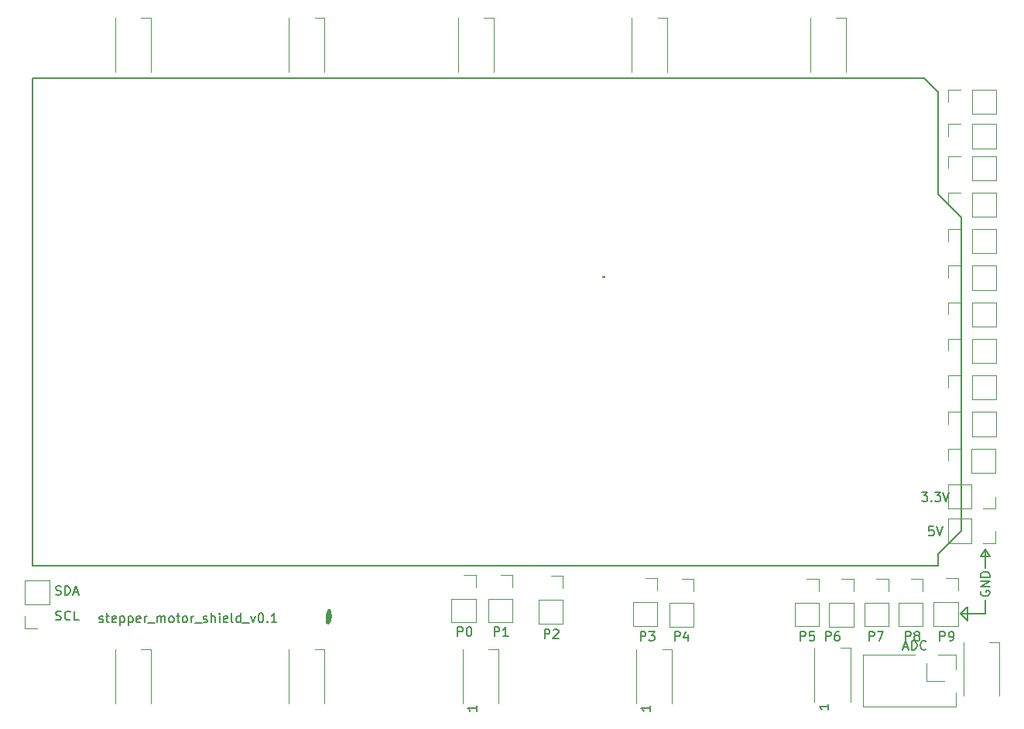
<source format=gbr>
G04 #@! TF.GenerationSoftware,KiCad,Pcbnew,5.1.2-f72e74a~84~ubuntu18.04.1*
G04 #@! TF.CreationDate,2019-06-28T13:57:40+02:00*
G04 #@! TF.ProjectId,shoulder_complex_control,73686f75-6c64-4657-925f-636f6d706c65,rev?*
G04 #@! TF.SameCoordinates,Original*
G04 #@! TF.FileFunction,Legend,Top*
G04 #@! TF.FilePolarity,Positive*
%FSLAX46Y46*%
G04 Gerber Fmt 4.6, Leading zero omitted, Abs format (unit mm)*
G04 Created by KiCad (PCBNEW 5.1.2-f72e74a~84~ubuntu18.04.1) date 2019-06-28 13:57:40*
%MOMM*%
%LPD*%
G04 APERTURE LIST*
%ADD10C,0.150000*%
%ADD11C,0.010000*%
%ADD12C,0.120000*%
G04 APERTURE END LIST*
D10*
X105809523Y-119654761D02*
X105904761Y-119702380D01*
X106095238Y-119702380D01*
X106190476Y-119654761D01*
X106238095Y-119559523D01*
X106238095Y-119511904D01*
X106190476Y-119416666D01*
X106095238Y-119369047D01*
X105952380Y-119369047D01*
X105857142Y-119321428D01*
X105809523Y-119226190D01*
X105809523Y-119178571D01*
X105857142Y-119083333D01*
X105952380Y-119035714D01*
X106095238Y-119035714D01*
X106190476Y-119083333D01*
X106523809Y-119035714D02*
X106904761Y-119035714D01*
X106666666Y-118702380D02*
X106666666Y-119559523D01*
X106714285Y-119654761D01*
X106809523Y-119702380D01*
X106904761Y-119702380D01*
X107619047Y-119654761D02*
X107523809Y-119702380D01*
X107333333Y-119702380D01*
X107238095Y-119654761D01*
X107190476Y-119559523D01*
X107190476Y-119178571D01*
X107238095Y-119083333D01*
X107333333Y-119035714D01*
X107523809Y-119035714D01*
X107619047Y-119083333D01*
X107666666Y-119178571D01*
X107666666Y-119273809D01*
X107190476Y-119369047D01*
X108095238Y-119035714D02*
X108095238Y-120035714D01*
X108095238Y-119083333D02*
X108190476Y-119035714D01*
X108380952Y-119035714D01*
X108476190Y-119083333D01*
X108523809Y-119130952D01*
X108571428Y-119226190D01*
X108571428Y-119511904D01*
X108523809Y-119607142D01*
X108476190Y-119654761D01*
X108380952Y-119702380D01*
X108190476Y-119702380D01*
X108095238Y-119654761D01*
X109000000Y-119035714D02*
X109000000Y-120035714D01*
X109000000Y-119083333D02*
X109095238Y-119035714D01*
X109285714Y-119035714D01*
X109380952Y-119083333D01*
X109428571Y-119130952D01*
X109476190Y-119226190D01*
X109476190Y-119511904D01*
X109428571Y-119607142D01*
X109380952Y-119654761D01*
X109285714Y-119702380D01*
X109095238Y-119702380D01*
X109000000Y-119654761D01*
X110285714Y-119654761D02*
X110190476Y-119702380D01*
X110000000Y-119702380D01*
X109904761Y-119654761D01*
X109857142Y-119559523D01*
X109857142Y-119178571D01*
X109904761Y-119083333D01*
X110000000Y-119035714D01*
X110190476Y-119035714D01*
X110285714Y-119083333D01*
X110333333Y-119178571D01*
X110333333Y-119273809D01*
X109857142Y-119369047D01*
X110761904Y-119702380D02*
X110761904Y-119035714D01*
X110761904Y-119226190D02*
X110809523Y-119130952D01*
X110857142Y-119083333D01*
X110952380Y-119035714D01*
X111047619Y-119035714D01*
X111142857Y-119797619D02*
X111904761Y-119797619D01*
X112142857Y-119702380D02*
X112142857Y-119035714D01*
X112142857Y-119130952D02*
X112190476Y-119083333D01*
X112285714Y-119035714D01*
X112428571Y-119035714D01*
X112523809Y-119083333D01*
X112571428Y-119178571D01*
X112571428Y-119702380D01*
X112571428Y-119178571D02*
X112619047Y-119083333D01*
X112714285Y-119035714D01*
X112857142Y-119035714D01*
X112952380Y-119083333D01*
X113000000Y-119178571D01*
X113000000Y-119702380D01*
X113619047Y-119702380D02*
X113523809Y-119654761D01*
X113476190Y-119607142D01*
X113428571Y-119511904D01*
X113428571Y-119226190D01*
X113476190Y-119130952D01*
X113523809Y-119083333D01*
X113619047Y-119035714D01*
X113761904Y-119035714D01*
X113857142Y-119083333D01*
X113904761Y-119130952D01*
X113952380Y-119226190D01*
X113952380Y-119511904D01*
X113904761Y-119607142D01*
X113857142Y-119654761D01*
X113761904Y-119702380D01*
X113619047Y-119702380D01*
X114238095Y-119035714D02*
X114619047Y-119035714D01*
X114380952Y-118702380D02*
X114380952Y-119559523D01*
X114428571Y-119654761D01*
X114523809Y-119702380D01*
X114619047Y-119702380D01*
X115095238Y-119702380D02*
X115000000Y-119654761D01*
X114952380Y-119607142D01*
X114904761Y-119511904D01*
X114904761Y-119226190D01*
X114952380Y-119130952D01*
X115000000Y-119083333D01*
X115095238Y-119035714D01*
X115238095Y-119035714D01*
X115333333Y-119083333D01*
X115380952Y-119130952D01*
X115428571Y-119226190D01*
X115428571Y-119511904D01*
X115380952Y-119607142D01*
X115333333Y-119654761D01*
X115238095Y-119702380D01*
X115095238Y-119702380D01*
X115857142Y-119702380D02*
X115857142Y-119035714D01*
X115857142Y-119226190D02*
X115904761Y-119130952D01*
X115952380Y-119083333D01*
X116047619Y-119035714D01*
X116142857Y-119035714D01*
X116238095Y-119797619D02*
X117000000Y-119797619D01*
X117190476Y-119654761D02*
X117285714Y-119702380D01*
X117476190Y-119702380D01*
X117571428Y-119654761D01*
X117619047Y-119559523D01*
X117619047Y-119511904D01*
X117571428Y-119416666D01*
X117476190Y-119369047D01*
X117333333Y-119369047D01*
X117238095Y-119321428D01*
X117190476Y-119226190D01*
X117190476Y-119178571D01*
X117238095Y-119083333D01*
X117333333Y-119035714D01*
X117476190Y-119035714D01*
X117571428Y-119083333D01*
X118047619Y-119702380D02*
X118047619Y-118702380D01*
X118476190Y-119702380D02*
X118476190Y-119178571D01*
X118428571Y-119083333D01*
X118333333Y-119035714D01*
X118190476Y-119035714D01*
X118095238Y-119083333D01*
X118047619Y-119130952D01*
X118952380Y-119702380D02*
X118952380Y-119035714D01*
X118952380Y-118702380D02*
X118904761Y-118750000D01*
X118952380Y-118797619D01*
X119000000Y-118750000D01*
X118952380Y-118702380D01*
X118952380Y-118797619D01*
X119809523Y-119654761D02*
X119714285Y-119702380D01*
X119523809Y-119702380D01*
X119428571Y-119654761D01*
X119380952Y-119559523D01*
X119380952Y-119178571D01*
X119428571Y-119083333D01*
X119523809Y-119035714D01*
X119714285Y-119035714D01*
X119809523Y-119083333D01*
X119857142Y-119178571D01*
X119857142Y-119273809D01*
X119380952Y-119369047D01*
X120428571Y-119702380D02*
X120333333Y-119654761D01*
X120285714Y-119559523D01*
X120285714Y-118702380D01*
X121238095Y-119702380D02*
X121238095Y-118702380D01*
X121238095Y-119654761D02*
X121142857Y-119702380D01*
X120952380Y-119702380D01*
X120857142Y-119654761D01*
X120809523Y-119607142D01*
X120761904Y-119511904D01*
X120761904Y-119226190D01*
X120809523Y-119130952D01*
X120857142Y-119083333D01*
X120952380Y-119035714D01*
X121142857Y-119035714D01*
X121238095Y-119083333D01*
X121476190Y-119797619D02*
X122238095Y-119797619D01*
X122380952Y-119035714D02*
X122619047Y-119702380D01*
X122857142Y-119035714D01*
X123428571Y-118702380D02*
X123523809Y-118702380D01*
X123619047Y-118750000D01*
X123666666Y-118797619D01*
X123714285Y-118892857D01*
X123761904Y-119083333D01*
X123761904Y-119321428D01*
X123714285Y-119511904D01*
X123666666Y-119607142D01*
X123619047Y-119654761D01*
X123523809Y-119702380D01*
X123428571Y-119702380D01*
X123333333Y-119654761D01*
X123285714Y-119607142D01*
X123238095Y-119511904D01*
X123190476Y-119321428D01*
X123190476Y-119083333D01*
X123238095Y-118892857D01*
X123285714Y-118797619D01*
X123333333Y-118750000D01*
X123428571Y-118702380D01*
X124190476Y-119607142D02*
X124238095Y-119654761D01*
X124190476Y-119702380D01*
X124142857Y-119654761D01*
X124190476Y-119607142D01*
X124190476Y-119702380D01*
X125190476Y-119702380D02*
X124619047Y-119702380D01*
X124904761Y-119702380D02*
X124904761Y-118702380D01*
X124809523Y-118845238D01*
X124714285Y-118940476D01*
X124619047Y-118988095D01*
X101035714Y-116654761D02*
X101178571Y-116702380D01*
X101416666Y-116702380D01*
X101511904Y-116654761D01*
X101559523Y-116607142D01*
X101607142Y-116511904D01*
X101607142Y-116416666D01*
X101559523Y-116321428D01*
X101511904Y-116273809D01*
X101416666Y-116226190D01*
X101226190Y-116178571D01*
X101130952Y-116130952D01*
X101083333Y-116083333D01*
X101035714Y-115988095D01*
X101035714Y-115892857D01*
X101083333Y-115797619D01*
X101130952Y-115750000D01*
X101226190Y-115702380D01*
X101464285Y-115702380D01*
X101607142Y-115750000D01*
X102035714Y-116702380D02*
X102035714Y-115702380D01*
X102273809Y-115702380D01*
X102416666Y-115750000D01*
X102511904Y-115845238D01*
X102559523Y-115940476D01*
X102607142Y-116130952D01*
X102607142Y-116273809D01*
X102559523Y-116464285D01*
X102511904Y-116559523D01*
X102416666Y-116654761D01*
X102273809Y-116702380D01*
X102035714Y-116702380D01*
X102988095Y-116416666D02*
X103464285Y-116416666D01*
X102892857Y-116702380D02*
X103226190Y-115702380D01*
X103559523Y-116702380D01*
X101059523Y-119404761D02*
X101202380Y-119452380D01*
X101440476Y-119452380D01*
X101535714Y-119404761D01*
X101583333Y-119357142D01*
X101630952Y-119261904D01*
X101630952Y-119166666D01*
X101583333Y-119071428D01*
X101535714Y-119023809D01*
X101440476Y-118976190D01*
X101250000Y-118928571D01*
X101154761Y-118880952D01*
X101107142Y-118833333D01*
X101059523Y-118738095D01*
X101059523Y-118642857D01*
X101107142Y-118547619D01*
X101154761Y-118500000D01*
X101250000Y-118452380D01*
X101488095Y-118452380D01*
X101630952Y-118500000D01*
X102630952Y-119357142D02*
X102583333Y-119404761D01*
X102440476Y-119452380D01*
X102345238Y-119452380D01*
X102202380Y-119404761D01*
X102107142Y-119309523D01*
X102059523Y-119214285D01*
X102011904Y-119023809D01*
X102011904Y-118880952D01*
X102059523Y-118690476D01*
X102107142Y-118595238D01*
X102202380Y-118500000D01*
X102345238Y-118452380D01*
X102440476Y-118452380D01*
X102583333Y-118500000D01*
X102630952Y-118547619D01*
X103535714Y-119452380D02*
X103059523Y-119452380D01*
X103059523Y-118452380D01*
X202750000Y-118750000D02*
X202750000Y-117250000D01*
X202500000Y-118750000D02*
X202750000Y-118750000D01*
X200750000Y-119500000D02*
X200000000Y-118750000D01*
X200750000Y-118000000D02*
X200750000Y-119500000D01*
X200000000Y-118750000D02*
X200750000Y-118000000D01*
X200000000Y-118750000D02*
X202500000Y-118750000D01*
X202250000Y-112500000D02*
X202750000Y-111750000D01*
X203250000Y-112500000D02*
X202250000Y-112500000D01*
X202750000Y-111750000D02*
X203250000Y-112500000D01*
X202750000Y-113750000D02*
X202750000Y-111750000D01*
X202750000Y-111750000D02*
X202750000Y-113750000D01*
X202250000Y-116261904D02*
X202202380Y-116357142D01*
X202202380Y-116500000D01*
X202250000Y-116642857D01*
X202345238Y-116738095D01*
X202440476Y-116785714D01*
X202630952Y-116833333D01*
X202773809Y-116833333D01*
X202964285Y-116785714D01*
X203059523Y-116738095D01*
X203154761Y-116642857D01*
X203202380Y-116500000D01*
X203202380Y-116404761D01*
X203154761Y-116261904D01*
X203107142Y-116214285D01*
X202773809Y-116214285D01*
X202773809Y-116404761D01*
X203202380Y-115785714D02*
X202202380Y-115785714D01*
X203202380Y-115214285D01*
X202202380Y-115214285D01*
X203202380Y-114738095D02*
X202202380Y-114738095D01*
X202202380Y-114500000D01*
X202250000Y-114357142D01*
X202345238Y-114261904D01*
X202440476Y-114214285D01*
X202630952Y-114166666D01*
X202773809Y-114166666D01*
X202964285Y-114214285D01*
X203059523Y-114261904D01*
X203154761Y-114357142D01*
X203202380Y-114500000D01*
X203202380Y-114738095D01*
X195773809Y-105452380D02*
X196392857Y-105452380D01*
X196059523Y-105833333D01*
X196202380Y-105833333D01*
X196297619Y-105880952D01*
X196345238Y-105928571D01*
X196392857Y-106023809D01*
X196392857Y-106261904D01*
X196345238Y-106357142D01*
X196297619Y-106404761D01*
X196202380Y-106452380D01*
X195916666Y-106452380D01*
X195821428Y-106404761D01*
X195773809Y-106357142D01*
X196821428Y-106357142D02*
X196869047Y-106404761D01*
X196821428Y-106452380D01*
X196773809Y-106404761D01*
X196821428Y-106357142D01*
X196821428Y-106452380D01*
X197202380Y-105452380D02*
X197821428Y-105452380D01*
X197488095Y-105833333D01*
X197630952Y-105833333D01*
X197726190Y-105880952D01*
X197773809Y-105928571D01*
X197821428Y-106023809D01*
X197821428Y-106261904D01*
X197773809Y-106357142D01*
X197726190Y-106404761D01*
X197630952Y-106452380D01*
X197345238Y-106452380D01*
X197250000Y-106404761D01*
X197202380Y-106357142D01*
X198107142Y-105452380D02*
X198440476Y-106452380D01*
X198773809Y-105452380D01*
X197059523Y-109202380D02*
X196583333Y-109202380D01*
X196535714Y-109678571D01*
X196583333Y-109630952D01*
X196678571Y-109583333D01*
X196916666Y-109583333D01*
X197011904Y-109630952D01*
X197059523Y-109678571D01*
X197107142Y-109773809D01*
X197107142Y-110011904D01*
X197059523Y-110107142D01*
X197011904Y-110154761D01*
X196916666Y-110202380D01*
X196678571Y-110202380D01*
X196583333Y-110154761D01*
X196535714Y-110107142D01*
X197392857Y-109202380D02*
X197726190Y-110202380D01*
X198059523Y-109202380D01*
X197761904Y-121702380D02*
X197761904Y-120702380D01*
X198142857Y-120702380D01*
X198238095Y-120750000D01*
X198285714Y-120797619D01*
X198333333Y-120892857D01*
X198333333Y-121035714D01*
X198285714Y-121130952D01*
X198238095Y-121178571D01*
X198142857Y-121226190D01*
X197761904Y-121226190D01*
X198809523Y-121702380D02*
X199000000Y-121702380D01*
X199095238Y-121654761D01*
X199142857Y-121607142D01*
X199238095Y-121464285D01*
X199285714Y-121273809D01*
X199285714Y-120892857D01*
X199238095Y-120797619D01*
X199190476Y-120750000D01*
X199095238Y-120702380D01*
X198904761Y-120702380D01*
X198809523Y-120750000D01*
X198761904Y-120797619D01*
X198714285Y-120892857D01*
X198714285Y-121130952D01*
X198761904Y-121226190D01*
X198809523Y-121273809D01*
X198904761Y-121321428D01*
X199095238Y-121321428D01*
X199190476Y-121273809D01*
X199238095Y-121226190D01*
X199285714Y-121130952D01*
X194011904Y-121702380D02*
X194011904Y-120702380D01*
X194392857Y-120702380D01*
X194488095Y-120750000D01*
X194535714Y-120797619D01*
X194583333Y-120892857D01*
X194583333Y-121035714D01*
X194535714Y-121130952D01*
X194488095Y-121178571D01*
X194392857Y-121226190D01*
X194011904Y-121226190D01*
X195154761Y-121130952D02*
X195059523Y-121083333D01*
X195011904Y-121035714D01*
X194964285Y-120940476D01*
X194964285Y-120892857D01*
X195011904Y-120797619D01*
X195059523Y-120750000D01*
X195154761Y-120702380D01*
X195345238Y-120702380D01*
X195440476Y-120750000D01*
X195488095Y-120797619D01*
X195535714Y-120892857D01*
X195535714Y-120940476D01*
X195488095Y-121035714D01*
X195440476Y-121083333D01*
X195345238Y-121130952D01*
X195154761Y-121130952D01*
X195059523Y-121178571D01*
X195011904Y-121226190D01*
X194964285Y-121321428D01*
X194964285Y-121511904D01*
X195011904Y-121607142D01*
X195059523Y-121654761D01*
X195154761Y-121702380D01*
X195345238Y-121702380D01*
X195440476Y-121654761D01*
X195488095Y-121607142D01*
X195535714Y-121511904D01*
X195535714Y-121321428D01*
X195488095Y-121226190D01*
X195440476Y-121178571D01*
X195345238Y-121130952D01*
X190011904Y-121702380D02*
X190011904Y-120702380D01*
X190392857Y-120702380D01*
X190488095Y-120750000D01*
X190535714Y-120797619D01*
X190583333Y-120892857D01*
X190583333Y-121035714D01*
X190535714Y-121130952D01*
X190488095Y-121178571D01*
X190392857Y-121226190D01*
X190011904Y-121226190D01*
X190916666Y-120702380D02*
X191583333Y-120702380D01*
X191154761Y-121702380D01*
X185261904Y-121702380D02*
X185261904Y-120702380D01*
X185642857Y-120702380D01*
X185738095Y-120750000D01*
X185785714Y-120797619D01*
X185833333Y-120892857D01*
X185833333Y-121035714D01*
X185785714Y-121130952D01*
X185738095Y-121178571D01*
X185642857Y-121226190D01*
X185261904Y-121226190D01*
X186690476Y-120702380D02*
X186500000Y-120702380D01*
X186404761Y-120750000D01*
X186357142Y-120797619D01*
X186261904Y-120940476D01*
X186214285Y-121130952D01*
X186214285Y-121511904D01*
X186261904Y-121607142D01*
X186309523Y-121654761D01*
X186404761Y-121702380D01*
X186595238Y-121702380D01*
X186690476Y-121654761D01*
X186738095Y-121607142D01*
X186785714Y-121511904D01*
X186785714Y-121273809D01*
X186738095Y-121178571D01*
X186690476Y-121130952D01*
X186595238Y-121083333D01*
X186404761Y-121083333D01*
X186309523Y-121130952D01*
X186261904Y-121178571D01*
X186214285Y-121273809D01*
X182511904Y-121702380D02*
X182511904Y-120702380D01*
X182892857Y-120702380D01*
X182988095Y-120750000D01*
X183035714Y-120797619D01*
X183083333Y-120892857D01*
X183083333Y-121035714D01*
X183035714Y-121130952D01*
X182988095Y-121178571D01*
X182892857Y-121226190D01*
X182511904Y-121226190D01*
X183988095Y-120702380D02*
X183511904Y-120702380D01*
X183464285Y-121178571D01*
X183511904Y-121130952D01*
X183607142Y-121083333D01*
X183845238Y-121083333D01*
X183940476Y-121130952D01*
X183988095Y-121178571D01*
X184035714Y-121273809D01*
X184035714Y-121511904D01*
X183988095Y-121607142D01*
X183940476Y-121654761D01*
X183845238Y-121702380D01*
X183607142Y-121702380D01*
X183511904Y-121654761D01*
X183464285Y-121607142D01*
X168761904Y-121702380D02*
X168761904Y-120702380D01*
X169142857Y-120702380D01*
X169238095Y-120750000D01*
X169285714Y-120797619D01*
X169333333Y-120892857D01*
X169333333Y-121035714D01*
X169285714Y-121130952D01*
X169238095Y-121178571D01*
X169142857Y-121226190D01*
X168761904Y-121226190D01*
X170190476Y-121035714D02*
X170190476Y-121702380D01*
X169952380Y-120654761D02*
X169714285Y-121369047D01*
X170333333Y-121369047D01*
X165011904Y-121702380D02*
X165011904Y-120702380D01*
X165392857Y-120702380D01*
X165488095Y-120750000D01*
X165535714Y-120797619D01*
X165583333Y-120892857D01*
X165583333Y-121035714D01*
X165535714Y-121130952D01*
X165488095Y-121178571D01*
X165392857Y-121226190D01*
X165011904Y-121226190D01*
X165916666Y-120702380D02*
X166535714Y-120702380D01*
X166202380Y-121083333D01*
X166345238Y-121083333D01*
X166440476Y-121130952D01*
X166488095Y-121178571D01*
X166535714Y-121273809D01*
X166535714Y-121511904D01*
X166488095Y-121607142D01*
X166440476Y-121654761D01*
X166345238Y-121702380D01*
X166059523Y-121702380D01*
X165964285Y-121654761D01*
X165916666Y-121607142D01*
X154511904Y-121452380D02*
X154511904Y-120452380D01*
X154892857Y-120452380D01*
X154988095Y-120500000D01*
X155035714Y-120547619D01*
X155083333Y-120642857D01*
X155083333Y-120785714D01*
X155035714Y-120880952D01*
X154988095Y-120928571D01*
X154892857Y-120976190D01*
X154511904Y-120976190D01*
X155464285Y-120547619D02*
X155511904Y-120500000D01*
X155607142Y-120452380D01*
X155845238Y-120452380D01*
X155940476Y-120500000D01*
X155988095Y-120547619D01*
X156035714Y-120642857D01*
X156035714Y-120738095D01*
X155988095Y-120880952D01*
X155416666Y-121452380D01*
X156035714Y-121452380D01*
X149011904Y-121202380D02*
X149011904Y-120202380D01*
X149392857Y-120202380D01*
X149488095Y-120250000D01*
X149535714Y-120297619D01*
X149583333Y-120392857D01*
X149583333Y-120535714D01*
X149535714Y-120630952D01*
X149488095Y-120678571D01*
X149392857Y-120726190D01*
X149011904Y-120726190D01*
X150535714Y-121202380D02*
X149964285Y-121202380D01*
X150250000Y-121202380D02*
X150250000Y-120202380D01*
X150154761Y-120345238D01*
X150059523Y-120440476D01*
X149964285Y-120488095D01*
X145011904Y-121202380D02*
X145011904Y-120202380D01*
X145392857Y-120202380D01*
X145488095Y-120250000D01*
X145535714Y-120297619D01*
X145583333Y-120392857D01*
X145583333Y-120535714D01*
X145535714Y-120630952D01*
X145488095Y-120678571D01*
X145392857Y-120726190D01*
X145011904Y-120726190D01*
X146202380Y-120202380D02*
X146297619Y-120202380D01*
X146392857Y-120250000D01*
X146440476Y-120297619D01*
X146488095Y-120392857D01*
X146535714Y-120583333D01*
X146535714Y-120821428D01*
X146488095Y-121011904D01*
X146440476Y-121107142D01*
X146392857Y-121154761D01*
X146297619Y-121202380D01*
X146202380Y-121202380D01*
X146107142Y-121154761D01*
X146059523Y-121107142D01*
X146011904Y-121011904D01*
X145964285Y-120821428D01*
X145964285Y-120583333D01*
X146011904Y-120392857D01*
X146059523Y-120297619D01*
X146107142Y-120250000D01*
X146202380Y-120202380D01*
X193761904Y-122416666D02*
X194238095Y-122416666D01*
X193666666Y-122702380D02*
X194000000Y-121702380D01*
X194333333Y-122702380D01*
X194666666Y-122702380D02*
X194666666Y-121702380D01*
X194904761Y-121702380D01*
X195047619Y-121750000D01*
X195142857Y-121845238D01*
X195190476Y-121940476D01*
X195238095Y-122130952D01*
X195238095Y-122273809D01*
X195190476Y-122464285D01*
X195142857Y-122559523D01*
X195047619Y-122654761D01*
X194904761Y-122702380D01*
X194666666Y-122702380D01*
X196238095Y-122607142D02*
X196190476Y-122654761D01*
X196047619Y-122702380D01*
X195952380Y-122702380D01*
X195809523Y-122654761D01*
X195714285Y-122559523D01*
X195666666Y-122464285D01*
X195619047Y-122273809D01*
X195619047Y-122130952D01*
X195666666Y-121940476D01*
X195714285Y-121845238D01*
X195809523Y-121750000D01*
X195952380Y-121702380D01*
X196047619Y-121702380D01*
X196190476Y-121750000D01*
X196238095Y-121797619D01*
D11*
G36*
X130928201Y-118229738D02*
G01*
X130948348Y-118231965D01*
X130965863Y-118235564D01*
X130981188Y-118241308D01*
X130994766Y-118249971D01*
X131007039Y-118262324D01*
X131018450Y-118279140D01*
X131029440Y-118301193D01*
X131040453Y-118329255D01*
X131051931Y-118364099D01*
X131064316Y-118406498D01*
X131078050Y-118457225D01*
X131093577Y-118517052D01*
X131094299Y-118519867D01*
X131111506Y-118592474D01*
X131125540Y-118664276D01*
X131136689Y-118737443D01*
X131145238Y-118814150D01*
X131151474Y-118896569D01*
X131155609Y-118984760D01*
X131156717Y-119018405D01*
X131157222Y-119044525D01*
X131156933Y-119065749D01*
X131155658Y-119084703D01*
X131153208Y-119104014D01*
X131149391Y-119126309D01*
X131144016Y-119154217D01*
X131142872Y-119160020D01*
X131126391Y-119238711D01*
X131108865Y-119313406D01*
X131090546Y-119383339D01*
X131071687Y-119447741D01*
X131052541Y-119505845D01*
X131033359Y-119556882D01*
X131014394Y-119600085D01*
X130995900Y-119634686D01*
X130978657Y-119659293D01*
X130967953Y-119672749D01*
X130953677Y-119691717D01*
X130937975Y-119713311D01*
X130927487Y-119728152D01*
X130901986Y-119762275D01*
X130878222Y-119789201D01*
X130856922Y-119808184D01*
X130839823Y-119818106D01*
X130827848Y-119820698D01*
X130810149Y-119822358D01*
X130795639Y-119822712D01*
X130779049Y-119821866D01*
X130763769Y-119819024D01*
X130746746Y-119813303D01*
X130724929Y-119803818D01*
X130715960Y-119799618D01*
X130693192Y-119787894D01*
X130671706Y-119775181D01*
X130654652Y-119763418D01*
X130648199Y-119757955D01*
X130625298Y-119729710D01*
X130605228Y-119691883D01*
X130587972Y-119644420D01*
X130573507Y-119587269D01*
X130564959Y-119541020D01*
X130562442Y-119523764D01*
X130560422Y-119505587D01*
X130558848Y-119485174D01*
X130557672Y-119461208D01*
X130556843Y-119432375D01*
X130556312Y-119397359D01*
X130556029Y-119354844D01*
X130555945Y-119303516D01*
X130555945Y-119302260D01*
X130556068Y-119245778D01*
X130556514Y-119197431D01*
X130557403Y-119155192D01*
X130558857Y-119117037D01*
X130560997Y-119080942D01*
X130563942Y-119044882D01*
X130567814Y-119006833D01*
X130572734Y-118964769D01*
X130578823Y-118916667D01*
X130579068Y-118914778D01*
X130588126Y-118857754D01*
X130600976Y-118795299D01*
X130617031Y-118729301D01*
X130635706Y-118661648D01*
X130656413Y-118594227D01*
X130678565Y-118528927D01*
X130701577Y-118467635D01*
X130724862Y-118412239D01*
X130747832Y-118364626D01*
X130753030Y-118354937D01*
X130780897Y-118310835D01*
X130811983Y-118273517D01*
X130812588Y-118272896D01*
X130835380Y-118251619D01*
X130856068Y-118237902D01*
X130877763Y-118230583D01*
X130903575Y-118228502D01*
X130928201Y-118229738D01*
X130928201Y-118229738D01*
G37*
X130928201Y-118229738D02*
X130948348Y-118231965D01*
X130965863Y-118235564D01*
X130981188Y-118241308D01*
X130994766Y-118249971D01*
X131007039Y-118262324D01*
X131018450Y-118279140D01*
X131029440Y-118301193D01*
X131040453Y-118329255D01*
X131051931Y-118364099D01*
X131064316Y-118406498D01*
X131078050Y-118457225D01*
X131093577Y-118517052D01*
X131094299Y-118519867D01*
X131111506Y-118592474D01*
X131125540Y-118664276D01*
X131136689Y-118737443D01*
X131145238Y-118814150D01*
X131151474Y-118896569D01*
X131155609Y-118984760D01*
X131156717Y-119018405D01*
X131157222Y-119044525D01*
X131156933Y-119065749D01*
X131155658Y-119084703D01*
X131153208Y-119104014D01*
X131149391Y-119126309D01*
X131144016Y-119154217D01*
X131142872Y-119160020D01*
X131126391Y-119238711D01*
X131108865Y-119313406D01*
X131090546Y-119383339D01*
X131071687Y-119447741D01*
X131052541Y-119505845D01*
X131033359Y-119556882D01*
X131014394Y-119600085D01*
X130995900Y-119634686D01*
X130978657Y-119659293D01*
X130967953Y-119672749D01*
X130953677Y-119691717D01*
X130937975Y-119713311D01*
X130927487Y-119728152D01*
X130901986Y-119762275D01*
X130878222Y-119789201D01*
X130856922Y-119808184D01*
X130839823Y-119818106D01*
X130827848Y-119820698D01*
X130810149Y-119822358D01*
X130795639Y-119822712D01*
X130779049Y-119821866D01*
X130763769Y-119819024D01*
X130746746Y-119813303D01*
X130724929Y-119803818D01*
X130715960Y-119799618D01*
X130693192Y-119787894D01*
X130671706Y-119775181D01*
X130654652Y-119763418D01*
X130648199Y-119757955D01*
X130625298Y-119729710D01*
X130605228Y-119691883D01*
X130587972Y-119644420D01*
X130573507Y-119587269D01*
X130564959Y-119541020D01*
X130562442Y-119523764D01*
X130560422Y-119505587D01*
X130558848Y-119485174D01*
X130557672Y-119461208D01*
X130556843Y-119432375D01*
X130556312Y-119397359D01*
X130556029Y-119354844D01*
X130555945Y-119303516D01*
X130555945Y-119302260D01*
X130556068Y-119245778D01*
X130556514Y-119197431D01*
X130557403Y-119155192D01*
X130558857Y-119117037D01*
X130560997Y-119080942D01*
X130563942Y-119044882D01*
X130567814Y-119006833D01*
X130572734Y-118964769D01*
X130578823Y-118916667D01*
X130579068Y-118914778D01*
X130588126Y-118857754D01*
X130600976Y-118795299D01*
X130617031Y-118729301D01*
X130635706Y-118661648D01*
X130656413Y-118594227D01*
X130678565Y-118528927D01*
X130701577Y-118467635D01*
X130724862Y-118412239D01*
X130747832Y-118364626D01*
X130753030Y-118354937D01*
X130780897Y-118310835D01*
X130811983Y-118273517D01*
X130812588Y-118272896D01*
X130835380Y-118251619D01*
X130856068Y-118237902D01*
X130877763Y-118230583D01*
X130903575Y-118228502D01*
X130928201Y-118229738D01*
D10*
X98500000Y-60160000D02*
X98500000Y-113500000D01*
X197560000Y-72860000D02*
X197560000Y-61684000D01*
X200100000Y-75400000D02*
X197560000Y-72860000D01*
X200100000Y-109690000D02*
X200100000Y-75400000D01*
X197560000Y-112230000D02*
X200100000Y-109690000D01*
X197560000Y-113500000D02*
X197560000Y-112230000D01*
X196036000Y-60160000D02*
X197560000Y-61684000D01*
X98500000Y-113500000D02*
X197560000Y-113500000D01*
X98500000Y-60160000D02*
X196036000Y-60160000D01*
D12*
X107550000Y-59450000D02*
X107550000Y-53550000D01*
X111450000Y-59450000D02*
X111450000Y-53550000D01*
X111450000Y-53550000D02*
X110375000Y-53550000D01*
X130450000Y-53550000D02*
X129375000Y-53550000D01*
X130450000Y-59450000D02*
X130450000Y-53550000D01*
X126550000Y-59450000D02*
X126550000Y-53550000D01*
X145050000Y-59450000D02*
X145050000Y-53550000D01*
X148950000Y-59450000D02*
X148950000Y-53550000D01*
X148950000Y-53550000D02*
X147875000Y-53550000D01*
X167950000Y-53550000D02*
X166875000Y-53550000D01*
X167950000Y-59450000D02*
X167950000Y-53550000D01*
X164050000Y-59450000D02*
X164050000Y-53550000D01*
X183550000Y-59450000D02*
X183550000Y-53550000D01*
X187450000Y-59450000D02*
X187450000Y-53550000D01*
X187450000Y-53550000D02*
X186375000Y-53550000D01*
X107550000Y-128551200D02*
X107550000Y-122651200D01*
X111450000Y-128551200D02*
X111450000Y-122651200D01*
X111450000Y-122651200D02*
X110375000Y-122651200D01*
X126550000Y-128551200D02*
X126550000Y-122651200D01*
X130450000Y-128551200D02*
X130450000Y-122651200D01*
X130450000Y-122651200D02*
X129375000Y-122651200D01*
X149450000Y-122651200D02*
X148375000Y-122651200D01*
X149450000Y-128551200D02*
X149450000Y-122651200D01*
X145550000Y-128551200D02*
X145550000Y-122651200D01*
X164550000Y-128551200D02*
X164550000Y-122651200D01*
X168450000Y-128551200D02*
X168450000Y-122651200D01*
X168450000Y-122651200D02*
X167375000Y-122651200D01*
X187950000Y-122495801D02*
X186875000Y-122495801D01*
X187950000Y-128395801D02*
X187950000Y-122495801D01*
X184050000Y-128395801D02*
X184050000Y-122495801D01*
X204250000Y-121850000D02*
X203175000Y-121850000D01*
X204250000Y-127750000D02*
X204250000Y-121850000D01*
X200350000Y-127750000D02*
X200350000Y-121850000D01*
X195060000Y-123271200D02*
X189375000Y-123271200D01*
X189375000Y-123271200D02*
X189375000Y-128871200D01*
X199475000Y-128871200D02*
X189375000Y-128871200D01*
X199475000Y-127341200D02*
X199475000Y-128871200D01*
X198200000Y-126071200D02*
X196330000Y-126071200D01*
X196330000Y-126071200D02*
X196330000Y-124201200D01*
X197600000Y-123271200D02*
X199475000Y-123271200D01*
X199475000Y-123271200D02*
X199475000Y-124801200D01*
X100330000Y-117730000D02*
X97670000Y-117730000D01*
X100330000Y-117730000D02*
X100330000Y-115130000D01*
X100330000Y-115130000D02*
X97670000Y-115130000D01*
X97670000Y-117730000D02*
X97670000Y-115130000D01*
X97670000Y-120330000D02*
X97670000Y-119000000D01*
X99000000Y-120330000D02*
X97670000Y-120330000D01*
X198619200Y-102004200D02*
X198619200Y-100674200D01*
X198619200Y-100674200D02*
X199949200Y-100674200D01*
X201219200Y-100674200D02*
X203819200Y-100674200D01*
X203819200Y-103334200D02*
X203819200Y-100674200D01*
X201219200Y-103334200D02*
X203819200Y-103334200D01*
X201219200Y-103334200D02*
X201219200Y-100674200D01*
X203818800Y-105943400D02*
X203818800Y-107273400D01*
X203818800Y-107273400D02*
X202488800Y-107273400D01*
X201218800Y-107273400D02*
X198618800Y-107273400D01*
X198618800Y-104613400D02*
X198618800Y-107273400D01*
X201218800Y-104613400D02*
X198618800Y-104613400D01*
X201218800Y-104613400D02*
X201218800Y-107273400D01*
X201218800Y-108372600D02*
X201218800Y-111032600D01*
X201218800Y-108372600D02*
X198618800Y-108372600D01*
X198618800Y-108372600D02*
X198618800Y-111032600D01*
X201218800Y-111032600D02*
X198618800Y-111032600D01*
X203818800Y-111032600D02*
X202488800Y-111032600D01*
X203818800Y-109702600D02*
X203818800Y-111032600D01*
X145669000Y-114519400D02*
X146999000Y-114519400D01*
X146999000Y-114519400D02*
X146999000Y-115849400D01*
X146999000Y-117119400D02*
X146999000Y-119719400D01*
X144339000Y-119719400D02*
X146999000Y-119719400D01*
X144339000Y-117119400D02*
X144339000Y-119719400D01*
X144339000Y-117119400D02*
X146999000Y-117119400D01*
X201270000Y-64080000D02*
X201270000Y-61420000D01*
X201270000Y-64080000D02*
X203870000Y-64080000D01*
X203870000Y-64080000D02*
X203870000Y-61420000D01*
X201270000Y-61420000D02*
X203870000Y-61420000D01*
X198670000Y-61420000D02*
X200000000Y-61420000D01*
X198670000Y-62750000D02*
X198670000Y-61420000D01*
X148352200Y-117119400D02*
X151012200Y-117119400D01*
X148352200Y-117119400D02*
X148352200Y-119719400D01*
X148352200Y-119719400D02*
X151012200Y-119719400D01*
X151012200Y-117119400D02*
X151012200Y-119719400D01*
X151012200Y-114519400D02*
X151012200Y-115849400D01*
X149682200Y-114519400D02*
X151012200Y-114519400D01*
X198670000Y-66500000D02*
X198670000Y-65170000D01*
X198670000Y-65170000D02*
X200000000Y-65170000D01*
X201270000Y-65170000D02*
X203870000Y-65170000D01*
X203870000Y-67830000D02*
X203870000Y-65170000D01*
X201270000Y-67830000D02*
X203870000Y-67830000D01*
X201270000Y-67830000D02*
X201270000Y-65170000D01*
X155194000Y-114621000D02*
X156524000Y-114621000D01*
X156524000Y-114621000D02*
X156524000Y-115951000D01*
X156524000Y-117221000D02*
X156524000Y-119821000D01*
X153864000Y-119821000D02*
X156524000Y-119821000D01*
X153864000Y-117221000D02*
X153864000Y-119821000D01*
X153864000Y-117221000D02*
X156524000Y-117221000D01*
X201270000Y-71330000D02*
X201270000Y-68670000D01*
X201270000Y-71330000D02*
X203870000Y-71330000D01*
X203870000Y-71330000D02*
X203870000Y-68670000D01*
X201270000Y-68670000D02*
X203870000Y-68670000D01*
X198670000Y-68670000D02*
X200000000Y-68670000D01*
X198670000Y-70000000D02*
X198670000Y-68670000D01*
X164201800Y-117475000D02*
X166861800Y-117475000D01*
X164201800Y-117475000D02*
X164201800Y-120075000D01*
X164201800Y-120075000D02*
X166861800Y-120075000D01*
X166861800Y-117475000D02*
X166861800Y-120075000D01*
X166861800Y-114875000D02*
X166861800Y-116205000D01*
X165531800Y-114875000D02*
X166861800Y-114875000D01*
X198670000Y-74000000D02*
X198670000Y-72670000D01*
X198670000Y-72670000D02*
X200000000Y-72670000D01*
X201270000Y-72670000D02*
X203870000Y-72670000D01*
X203870000Y-75330000D02*
X203870000Y-72670000D01*
X201270000Y-75330000D02*
X203870000Y-75330000D01*
X201270000Y-75330000D02*
X201270000Y-72670000D01*
X168164200Y-117576600D02*
X170824200Y-117576600D01*
X168164200Y-117576600D02*
X168164200Y-120176600D01*
X168164200Y-120176600D02*
X170824200Y-120176600D01*
X170824200Y-117576600D02*
X170824200Y-120176600D01*
X170824200Y-114976600D02*
X170824200Y-116306600D01*
X169494200Y-114976600D02*
X170824200Y-114976600D01*
X198670000Y-78000000D02*
X198670000Y-76670000D01*
X198670000Y-76670000D02*
X200000000Y-76670000D01*
X201270000Y-76670000D02*
X203870000Y-76670000D01*
X203870000Y-79330000D02*
X203870000Y-76670000D01*
X201270000Y-79330000D02*
X203870000Y-79330000D01*
X201270000Y-79330000D02*
X201270000Y-76670000D01*
X183184800Y-114925800D02*
X184514800Y-114925800D01*
X184514800Y-114925800D02*
X184514800Y-116255800D01*
X184514800Y-117525800D02*
X184514800Y-120125800D01*
X181854800Y-120125800D02*
X184514800Y-120125800D01*
X181854800Y-117525800D02*
X181854800Y-120125800D01*
X181854800Y-117525800D02*
X184514800Y-117525800D01*
X201270000Y-83330000D02*
X201270000Y-80670000D01*
X201270000Y-83330000D02*
X203870000Y-83330000D01*
X203870000Y-83330000D02*
X203870000Y-80670000D01*
X201270000Y-80670000D02*
X203870000Y-80670000D01*
X198670000Y-80670000D02*
X200000000Y-80670000D01*
X198670000Y-82000000D02*
X198670000Y-80670000D01*
X185639400Y-117576600D02*
X188299400Y-117576600D01*
X185639400Y-117576600D02*
X185639400Y-120176600D01*
X185639400Y-120176600D02*
X188299400Y-120176600D01*
X188299400Y-117576600D02*
X188299400Y-120176600D01*
X188299400Y-114976600D02*
X188299400Y-116306600D01*
X186969400Y-114976600D02*
X188299400Y-114976600D01*
X198670000Y-86000000D02*
X198670000Y-84670000D01*
X198670000Y-84670000D02*
X200000000Y-84670000D01*
X201270000Y-84670000D02*
X203870000Y-84670000D01*
X203870000Y-87330000D02*
X203870000Y-84670000D01*
X201270000Y-87330000D02*
X203870000Y-87330000D01*
X201270000Y-87330000D02*
X201270000Y-84670000D01*
X190804800Y-114925800D02*
X192134800Y-114925800D01*
X192134800Y-114925800D02*
X192134800Y-116255800D01*
X192134800Y-117525800D02*
X192134800Y-120125800D01*
X189474800Y-120125800D02*
X192134800Y-120125800D01*
X189474800Y-117525800D02*
X189474800Y-120125800D01*
X189474800Y-117525800D02*
X192134800Y-117525800D01*
X201270000Y-91330000D02*
X201270000Y-88670000D01*
X201270000Y-91330000D02*
X203870000Y-91330000D01*
X203870000Y-91330000D02*
X203870000Y-88670000D01*
X201270000Y-88670000D02*
X203870000Y-88670000D01*
X198670000Y-88670000D02*
X200000000Y-88670000D01*
X198670000Y-90000000D02*
X198670000Y-88670000D01*
X193234000Y-117525800D02*
X195894000Y-117525800D01*
X193234000Y-117525800D02*
X193234000Y-120125800D01*
X193234000Y-120125800D02*
X195894000Y-120125800D01*
X195894000Y-117525800D02*
X195894000Y-120125800D01*
X195894000Y-114925800D02*
X195894000Y-116255800D01*
X194564000Y-114925800D02*
X195894000Y-114925800D01*
X198670000Y-94000000D02*
X198670000Y-92670000D01*
X198670000Y-92670000D02*
X200000000Y-92670000D01*
X201270000Y-92670000D02*
X203870000Y-92670000D01*
X203870000Y-95330000D02*
X203870000Y-92670000D01*
X201270000Y-95330000D02*
X203870000Y-95330000D01*
X201270000Y-95330000D02*
X201270000Y-92670000D01*
X198399400Y-114875000D02*
X199729400Y-114875000D01*
X199729400Y-114875000D02*
X199729400Y-116205000D01*
X199729400Y-117475000D02*
X199729400Y-120075000D01*
X197069400Y-120075000D02*
X199729400Y-120075000D01*
X197069400Y-117475000D02*
X197069400Y-120075000D01*
X197069400Y-117475000D02*
X199729400Y-117475000D01*
X201270000Y-99330000D02*
X201270000Y-96670000D01*
X201270000Y-99330000D02*
X203870000Y-99330000D01*
X203870000Y-99330000D02*
X203870000Y-96670000D01*
X201270000Y-96670000D02*
X203870000Y-96670000D01*
X198670000Y-96670000D02*
X200000000Y-96670000D01*
X198670000Y-98000000D02*
X198670000Y-96670000D01*
D10*
X160984000Y-81853142D02*
X161031619Y-81900761D01*
X160984000Y-81948380D01*
X160936380Y-81900761D01*
X160984000Y-81853142D01*
X160984000Y-81948380D01*
X147077380Y-128815485D02*
X147077380Y-129386914D01*
X147077380Y-129101200D02*
X146077380Y-129101200D01*
X146220238Y-129196438D01*
X146315476Y-129291676D01*
X146363095Y-129386914D01*
X166077380Y-128815485D02*
X166077380Y-129386914D01*
X166077380Y-129101200D02*
X165077380Y-129101200D01*
X165220238Y-129196438D01*
X165315476Y-129291676D01*
X165363095Y-129386914D01*
X185577380Y-128660086D02*
X185577380Y-129231515D01*
X185577380Y-128945801D02*
X184577380Y-128945801D01*
X184720238Y-129041039D01*
X184815476Y-129136277D01*
X184863095Y-129231515D01*
M02*

</source>
